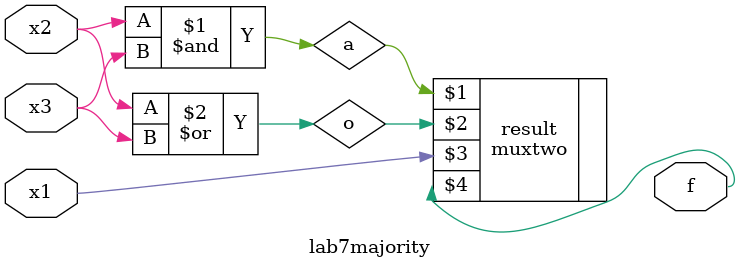
<source format=v>
module lab7majority(x1,x2,x3,f);
input x1,x2,x3;
output f;
wire a,o;
assign a = x2 & x3;
assign o = x2 | x3;
muxtwo result(a,o,x1,f);
endmodule



</source>
